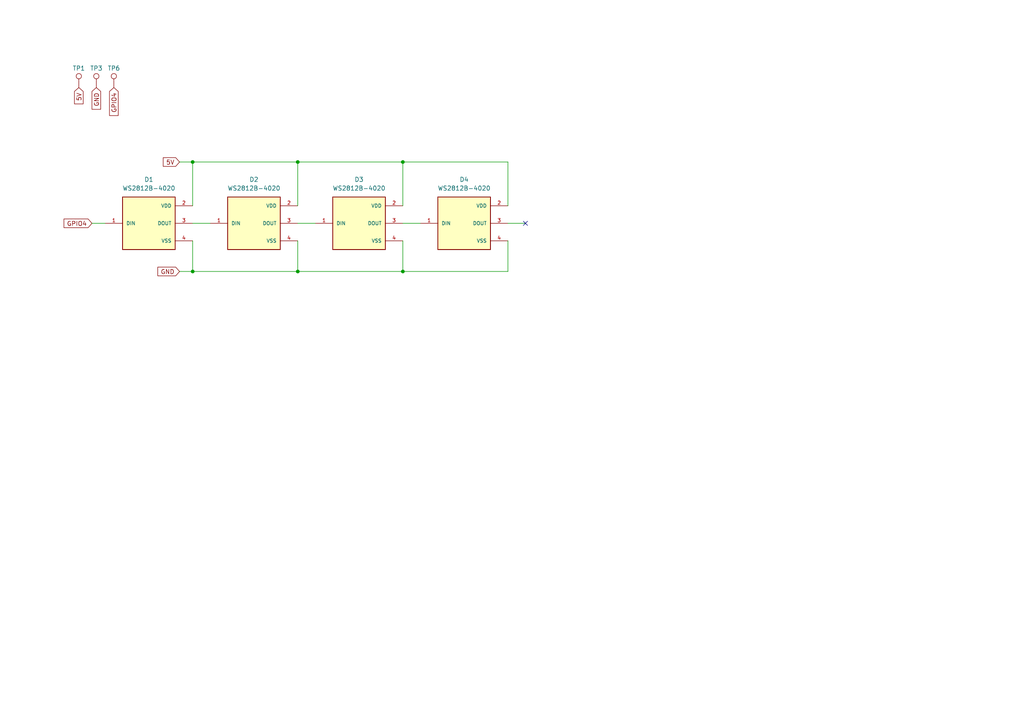
<source format=kicad_sch>
(kicad_sch (version 20250114) (generator "eeschema") (generator_version "9.0")
  (paper "A4")
  (title_block (title "WHY2025 Badge Frontpanel") (rev "1.0") (comment 1 "By: Jay9\nWHY2025 Team:Badge") (comment 5 "Licence: MIT"))
  (lib_symbols
    (symbol "Connector:TestPoint" (pin_numbers (hide yes)) (pin_names (offset 0.762) (hide yes))
      (property "Reference" "TP" (at 0 6.858 0))
      (property "Value" "TestPoint" (at 0 5.08 0))
      (symbol "TestPoint_0_1"
        (circle (center 0 3.302) (radius 0.762))
      )
      (symbol "TestPoint_1_1"
        (pin passive line (at 0 0 90) (length 2.54) (name "1") (number "1"))
      )
    )
    (symbol "frontpanel:LED_WS2812B-4020" (pin_names (offset 1.016))
      (property "Reference" "D" (at -7.62 8.128 0))
      (property "Value" "WS2812B-4020" (at -7.62 -10.16 0))
      (symbol "LED_WS2812B-4020_0_0"
        (rectangle (start -7.62 7.62) (end 7.62 -7.62) (stroke (width 0.254)) (fill (type background)))
        (pin input line (at -12.7 0 0) (length 5.08) (name "DIN") (number "1"))
        (pin power_in line (at 12.7 5.08 180) (length 5.08) (name "VDD") (number "2"))
        (pin output line (at 12.7 0 180) (length 5.08) (name "DOUT") (number "3"))
        (pin power_in line (at 12.7 -5.08 180) (length 5.08) (name "VSS") (number "4"))
      )
    )
  )
  (junction (at 86.36 46.99))
  (junction (at 116.84 46.99))
  (junction (at 116.84 78.74))
  (junction (at 55.88 46.99))
  (junction (at 55.88 78.74))
  (junction (at 86.36 78.74))
  (no_connect (at 152.4 64.77))
  (wire (pts (xy 55.88 78.74) (xy 86.36 78.74)))
  (wire (pts (xy 86.36 78.74) (xy 86.36 69.85)))
  (wire (pts (xy 116.84 64.77) (xy 121.92 64.77)))
  (wire (pts (xy 55.88 46.99) (xy 86.36 46.99)))
  (wire (pts (xy 116.84 78.74) (xy 86.36 78.74)))
  (wire (pts (xy 52.07 46.99) (xy 55.88 46.99)))
  (wire (pts (xy 26.67 64.77) (xy 30.48 64.77)))
  (wire (pts (xy 86.36 46.99) (xy 116.84 46.99)))
  (wire (pts (xy 147.32 46.99) (xy 147.32 59.69)))
  (wire (pts (xy 116.84 46.99) (xy 116.84 59.69)))
  (wire (pts (xy 86.36 46.99) (xy 86.36 59.69)))
  (wire (pts (xy 147.32 69.85) (xy 147.32 78.74)))
  (wire (pts (xy 116.84 69.85) (xy 116.84 78.74)))
  (wire (pts (xy 116.84 46.99) (xy 147.32 46.99)))
  (wire (pts (xy 55.88 69.85) (xy 55.88 78.74)))
  (wire (pts (xy 55.88 64.77) (xy 60.96 64.77)))
  (wire (pts (xy 55.88 59.69) (xy 55.88 46.99)))
  (wire (pts (xy 147.32 78.74) (xy 116.84 78.74)))
  (wire (pts (xy 86.36 64.77) (xy 91.44 64.77)))
  (wire (pts (xy 52.07 78.74) (xy 55.88 78.74)))
  (wire (pts (xy 147.32 64.77) (xy 152.4 64.77)))
  (global_label "GND" (shape input) (at 27.94 25.4 270) (property "Intersheetrefs" "${INTERSHEET_REFS}" (effects (hide yes))))
  (global_label "5V" (shape input) (at 22.86 25.4 270) (property "Intersheetrefs" "${INTERSHEET_REFS}" (effects (hide yes))))
  (global_label "GND" (shape input) (at 52.07 78.74 180) (property "Intersheetrefs" "${INTERSHEET_REFS}" (effects (hide yes))))
  (global_label "GPIO4" (shape input) (at 33.02 25.4 270) (property "Intersheetrefs" "${INTERSHEET_REFS}" (effects (hide yes))))
  (global_label "GPIO4" (shape input) (at 26.67 64.77 180) (property "Intersheetrefs" "${INTERSHEET_REFS}" (effects (hide yes))))
  (global_label "5V" (shape input) (at 52.07 46.99 180) (property "Intersheetrefs" "${INTERSHEET_REFS}" (effects (hide yes))))
  (symbol (lib_id "frontpanel:LED_WS2812B-4020") (at 134.62 64.77 0) (unit 1)
    (property "Reference" "D4" (at 134.62 52.07 0))
    (property "Value" "WS2812B-4020" (at 134.62 54.61 0))
    (property "Footprint" "frontpanel:LED_WS2812B-4020" (effects (hide yes)))
    (property "Datasheet" "https://www.lcsc.com/datasheet/lcsc_datasheet_2412021803_Worldsemi-WS2812B-4020_C965557.pdf" (effects (hide yes)))
    (property "Description" "12mA RGB SMD,2x4mm Light Emitting Diodes" (effects (hide yes)))
    (property "Manufacturer" "Worldsemi" (effects (hide yes)))
    (property "Package" "4020" (effects (hide yes)))
    (property "LCSC" "C965557" (effects (hide yes)))
  )
  (symbol (lib_id "Connector:TestPoint") (at 33.02 25.4 0) (unit 1)
    (property "Reference" "TP6" (at 33.02 19.812 0))
    (property "Value" "TestPoint" (effects (hide yes)))
    (property "Footprint" "TestPoint:TestPoint_Pad_D2.0mm" (effects (hide yes)))
    (property "Description" "test point" (effects (hide yes)))
  )
  (symbol (lib_id "Connector:TestPoint") (at 27.94 25.4 0) (unit 1)
    (property "Reference" "TP3" (at 27.94 19.812 0))
    (property "Value" "TestPoint" (effects (hide yes)))
    (property "Footprint" "TestPoint:TestPoint_Pad_D2.0mm" (effects (hide yes)))
    (property "Description" "test point" (effects (hide yes)))
  )
  (symbol (lib_id "frontpanel:LED_WS2812B-4020") (at 43.18 64.77 0) (unit 1)
    (property "Reference" "D1" (at 43.18 52.07 0))
    (property "Value" "WS2812B-4020" (at 43.18 54.61 0))
    (property "Footprint" "frontpanel:LED_WS2812B-4020" (effects (hide yes)))
    (property "Datasheet" "https://www.lcsc.com/datasheet/lcsc_datasheet_2412021803_Worldsemi-WS2812B-4020_C965557.pdf" (effects (hide yes)))
    (property "Description" "12mA RGB SMD,2x4mm Light Emitting Diodes" (effects (hide yes)))
    (property "Manufacturer" "Worldsemi" (effects (hide yes)))
    (property "Package" "4020" (effects (hide yes)))
    (property "LCSC" "C965557" (effects (hide yes)))
  )
  (symbol (lib_id "frontpanel:LED_WS2812B-4020") (at 73.66 64.77 0) (unit 1)
    (property "Reference" "D2" (at 73.66 52.07 0))
    (property "Value" "WS2812B-4020" (at 73.66 54.61 0))
    (property "Footprint" "frontpanel:LED_WS2812B-4020" (effects (hide yes)))
    (property "Datasheet" "https://www.lcsc.com/datasheet/lcsc_datasheet_2412021803_Worldsemi-WS2812B-4020_C965557.pdf" (effects (hide yes)))
    (property "Description" "12mA RGB SMD,2x4mm Light Emitting Diodes" (effects (hide yes)))
    (property "Manufacturer" "Worldsemi" (effects (hide yes)))
    (property "Package" "4020" (effects (hide yes)))
    (property "LCSC" "C965557" (effects (hide yes)))
  )
  (symbol (lib_id "Connector:TestPoint") (at 22.86 25.4 0) (unit 1)
    (property "Reference" "TP1" (at 22.86 19.812 0))
    (property "Value" "TestPoint" (effects (hide yes)))
    (property "Footprint" "TestPoint:TestPoint_Pad_D2.0mm" (effects (hide yes)))
    (property "Description" "test point" (effects (hide yes)))
  )
  (symbol (lib_id "frontpanel:LED_WS2812B-4020") (at 104.14 64.77 0) (unit 1)
    (property "Reference" "D3" (at 104.14 52.07 0))
    (property "Value" "WS2812B-4020" (at 104.14 54.61 0))
    (property "Footprint" "frontpanel:LED_WS2812B-4020" (effects (hide yes)))
    (property "Datasheet" "https://www.lcsc.com/datasheet/lcsc_datasheet_2412021803_Worldsemi-WS2812B-4020_C965557.pdf" (effects (hide yes)))
    (property "Description" "12mA RGB SMD,2x4mm Light Emitting Diodes" (effects (hide yes)))
    (property "Manufacturer" "Worldsemi" (effects (hide yes)))
    (property "Package" "4020" (effects (hide yes)))
    (property "LCSC" "C965557" (effects (hide yes)))
  )
)
</source>
